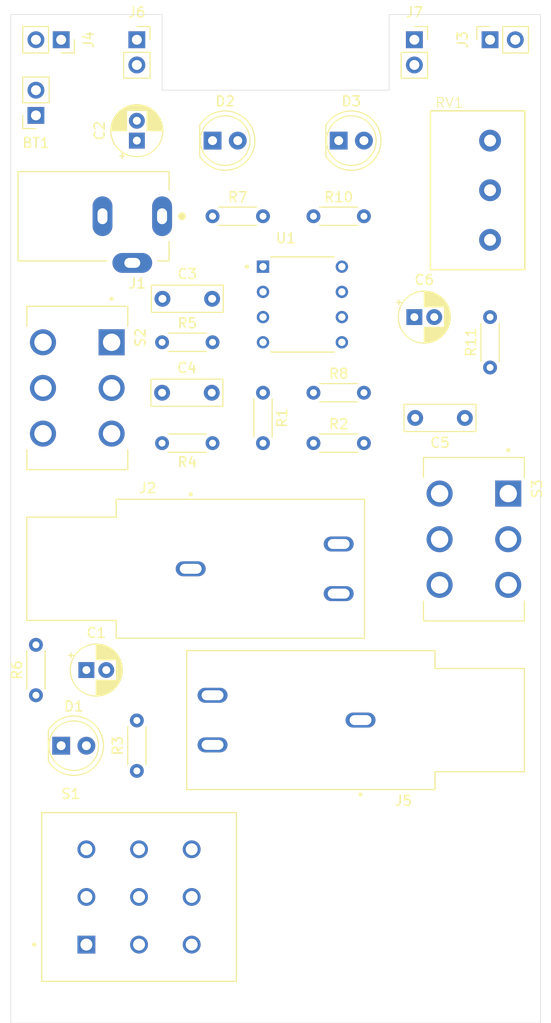
<source format=kicad_pcb>
(kicad_pcb (version 20240108) (generator "pcbnew") (generator_version "8.0")
  (layers (0 "F.Cu" signal) (31 "B.Cu" signal) (34 "B.Paste" user) (35 "F.Paste" user) (36 "B.SilkS" user "B.Silkscreen") (37 "F.SilkS" user "F.Silkscreen") (38 "B.Mask" user) (39 "F.Mask" user) (44 "Edge.Cuts" user))
  (net 0 "")
  (net 1 "Net-(BT1-+)")
  (net 2 "Net-(BT1--)")
  (net 3 "GND")
  (net 4 "+9V")
  (net 5 "Net-(J6-Pin_1)")
  (net 6 "Net-(C2-Pad1)")
  (net 7 "Net-(C3-Pad2)")
  (net 8 "Net-(C4-Pad2)")
  (net 9 "Net-(C5-Pad1)")
  (net 10 "Net-(C5-Pad2)")
  (net 11 "Net-(C6-Pad1)")
  (net 12 "BUF2_{OUT}")
  (net 13 "Net-(D1-K)")
  (net 14 "Net-(D1-A)")
  (net 15 "Net-(D2-A)")
  (net 16 "Net-(D3-A)")
  (net 17 "SIG")
  (net 18 "Net-(J3-Pin_2)")
  (net 19 "Net-(J5-Pad2)")
  (net 20 "Net-(J7-Pin_1)")
  (net 21 "4V5")
  (net 22 "Net-(R5-Pad1)")
  (net 23 "BUF1_{IN}")
  (net 24 "Net-(R7-Pad1)")
  (net 25 "Net-(R10-Pad2)")
  (net 26 "Net-(S1-Pad3)")
  (footprint "LED_THT:LED_D5.0mm" (layer "F.Cu") (at 93.98 60.96)
    (property "Reference" "D2" (at 1.27 -3.96 360) (layer "F.SilkS"))
    (property "Value" "INPUT_BUF")
    (pad "1" thru_hole rect (at 0 0) (size 1.8 1.8) (drill 0.9) (layers "*.Cu" "*.Mask") (net 3 "GND"))
    (pad "2" thru_hole circle (at 2.54 0) (size 1.8 1.8) (drill 0.9) (layers "*.Cu" "*.Mask") (net 15 "Net-(D2-A)"))
  )
  (footprint "ProjectSpecific:CUI_SJ-63053A" (layer "F.Cu") (at 108.88 119.34 180)
    (property "Reference" "J5" (at -4.325 -8.135 180) (layer "F.SilkS"))
    (property "Value" "AUDIO_OUT")
    (pad "1" thru_hole oval (at 0 0 180) (size 3.016 1.508) (drill oval 2.2 1) (layers "*.Cu" "*.Mask") (net 3 "GND"))
    (pad "2" thru_hole oval (at 14.9 2.5 180) (size 3.016 1.508) (drill oval 2.2 1) (layers "*.Cu" "*.Mask") (net 19 "Net-(J5-Pad2)"))
    (pad "3" thru_hole oval (at 14.9 -2.5 180) (size 3.016 1.508) (drill oval 2.2 1) (layers "*.Cu" "*.Mask") (net 3 "GND"))
  )
  (footprint "ProjectSpecific:SW_GF-126-0159" (layer "F.Cu") (at 80.365 85.88 -90)
    (property "Reference" "S2" (at -5.08 -6.35 90) (layer "F.SilkS"))
    (property "Value" "GF-126-0159")
    (pad "1" thru_hole rect (at -4.6 -3.455 270) (size 2.625 2.625) (drill 1.75) (layers "*.Cu" "*.Mask") (net 22 "Net-(R5-Pad1)"))
    (pad "2" thru_hole circle (at 0 -3.455 270) (size 2.625 2.625) (drill 1.75) (layers "*.Cu" "*.Mask") (net 23 "BUF1_{IN}"))
    (pad "3" thru_hole circle (at 4.6 -3.455 270) (size 2.625 2.625) (drill 1.75) (layers "*.Cu" "*.Mask") (net 5 "Net-(J6-Pin_1)"))
    (pad "4" thru_hole circle (at -4.6 3.455 270) (size 2.625 2.625) (drill 1.75) (layers "*.Cu" "*.Mask") (net 24 "Net-(R7-Pad1)"))
    (pad "5" thru_hole circle (at 0 3.455 270) (size 2.625 2.625) (drill 1.75) (layers "*.Cu" "*.Mask") (net 4 "+9V"))
    (pad "6" thru_hole circle (at 4.6 3.455 270) (size 2.625 2.625) (drill 1.75) (layers "*.Cu" "*.Mask"))
  )
  (footprint "Resistor_THT:R_Axial_DIN0204_L3.6mm_D1.6mm_P5.08mm_Horizontal" (layer "F.Cu") (at 86.36 124.46 90)
    (property "Reference" "R3" (at 2.54 -1.92 270) (layer "F.SilkS"))
    (property "Value" "4.7k")
    (pad "1" thru_hole circle (at 0 0 90) (size 1.4 1.4) (drill 0.7) (layers "*.Cu" "*.Mask") (net 14 "Net-(D1-A)"))
    (pad "2" thru_hole oval (at 5.08 0 90) (size 1.4 1.4) (drill 0.7) (layers "*.Cu" "*.Mask") (net 4 "+9V"))
  )
  (footprint "Capacitor_THT:CP_Radial_D5.0mm_P2.00mm" (layer "F.Cu") (at 86.36 60.96 90)
    (property "Reference" "C2" (at 1 -3.75 270) (layer "F.SilkS"))
    (property "Value" "10u")
    (pad "1" thru_hole rect (at 0 0 90) (size 1.6 1.6) (drill 0.8) (layers "*.Cu" "*.Mask") (net 6 "Net-(C2-Pad1)"))
    (pad "2" thru_hole circle (at 2 0 90) (size 1.6 1.6) (drill 0.8) (layers "*.Cu" "*.Mask") (net 5 "Net-(J6-Pin_1)"))
  )
  (footprint "ProjectSpecific:DIP794W45P254L959H508Q8" (layer "F.Cu") (at 103.03 77.47)
    (property "Reference" "U1" (at -1.669 -6.68 0) (layer "F.SilkS"))
    (property "Value" "LM4562NA")
    (pad "1" thru_hole rect (at -3.97 -3.81) (size 1.248 1.248) (drill 0.74) (layers "*.Cu" "*.Mask") (net 6 "Net-(C2-Pad1)"))
    (pad "2" thru_hole circle (at -3.97 -1.27) (size 1.248 1.248) (drill 0.74) (layers "*.Cu" "*.Mask") (net 6 "Net-(C2-Pad1)"))
    (pad "3" thru_hole circle (at -3.97 1.27) (size 1.248 1.248) (drill 0.74) (layers "*.Cu" "*.Mask") (net 8 "Net-(C4-Pad2)"))
    (pad "4" thru_hole circle (at -3.97 3.81) (size 1.248 1.248) (drill 0.74) (layers "*.Cu" "*.Mask") (net 3 "GND"))
    (pad "5" thru_hole circle (at 3.97 3.81) (size 1.248 1.248) (drill 0.74) (layers "*.Cu" "*.Mask") (net 10 "Net-(C5-Pad2)"))
    (pad "6" thru_hole circle (at 3.97 1.27) (size 1.248 1.248) (drill 0.74) (layers "*.Cu" "*.Mask") (net 11 "Net-(C6-Pad1)"))
    (pad "7" thru_hole circle (at 3.97 -1.27) (size 1.248 1.248) (drill 0.74) (layers "*.Cu" "*.Mask") (net 11 "Net-(C6-Pad1)"))
    (pad "8" thru_hole circle (at 3.97 -3.81) (size 1.248 1.248) (drill 0.74) (layers "*.Cu" "*.Mask") (net 4 "+9V"))
  )
  (footprint "ProjectSpecific:CUI_PJ-059A" (layer "F.Cu") (at 88.9 68.58 180)
    (property "Reference" "J1" (at 2.487269 -6.77118 180) (layer "F.SilkS") (effects (font (size 1.000913 1.000913))))
    (property "Value" "PJ-059A")
    (pad "" np_thru_hole circle (at 10.5 0 180) (size 2.2 2.2) (drill 2.2) (layers "*.Cu" "*.Mask"))
    (pad "1" thru_hole oval (at 0 0 180) (size 2 4) (drill oval 1 1.6) (layers "*.Cu" "*.Mask") (net 2 "Net-(BT1--)"))
    (pad "2" thru_hole oval (at 6 0 180) (size 2 4) (drill oval 1 1.6) (layers "*.Cu" "*.Mask") (net 4 "+9V"))
    (pad "3" thru_hole oval (at 3 -4.7 180) (size 4 2) (drill oval 1.6 1) (layers "*.Cu" "*.Mask") (net 1 "Net-(BT1-+)"))
  )
  (footprint "LED_THT:LED_D5.0mm" (layer "F.Cu") (at 78.74 121.92)
    (property "Reference" "D1" (at 1.27 -3.96 0) (layer "F.SilkS"))
    (property "Value" "EFFECTS")
    (pad "1" thru_hole rect (at 0 0) (size 1.8 1.8) (drill 0.9) (layers "*.Cu" "*.Mask") (net 13 "Net-(D1-K)"))
    (pad "2" thru_hole circle (at 2.54 0) (size 1.8 1.8) (drill 0.9) (layers "*.Cu" "*.Mask") (net 14 "Net-(D1-A)"))
  )
  (footprint "Resistor_THT:R_Axial_DIN0204_L3.6mm_D1.6mm_P5.08mm_Horizontal" (layer "F.Cu") (at 88.9 81.28)
    (property "Reference" "R5" (at 2.54 -1.92 360) (layer "F.SilkS"))
    (property "Value" "1k")
    (pad "1" thru_hole circle (at 0 0) (size 1.4 1.4) (drill 0.7) (layers "*.Cu" "*.Mask") (net 22 "Net-(R5-Pad1)"))
    (pad "2" thru_hole oval (at 5.08 0) (size 1.4 1.4) (drill 0.7) (layers "*.Cu" "*.Mask") (net 7 "Net-(C3-Pad2)"))
  )
  (footprint "ProjectSpecific:PTN16-A20120K1B1" (layer "F.Cu") (at 121.92 65.96)
    (property "Reference" "RV1" (at -4.1 -8.8 0) (layer "F.SilkS") (effects (font (thickness 0.1))))
    (property "Value" "20k")
    (pad "1" thru_hole circle (at 0 -5) (size 2.2 2.2) (drill 1.2) (layers "*.Cu" "*.Mask") (net 3 "GND"))
    (pad "2" thru_hole circle (at 0 0) (size 2.2 2.2) (drill 1.2) (layers "*.Cu" "*.Mask") (net 18 "Net-(J3-Pin_2)"))
    (pad "3" thru_hole circle (at 0 5) (size 2.2 2.2) (drill 1.2) (layers "*.Cu" "*.Mask") (net 4 "+9V"))
  )
  (footprint "LED_THT:LED_D5.0mm" (layer "F.Cu") (at 106.68 60.96)
    (property "Reference" "D3" (at 1.27 -3.96 360) (layer "F.SilkS"))
    (property "Value" "OUTPUT_BUF")
    (pad "1" thru_hole rect (at 0 0) (size 1.8 1.8) (drill 0.9) (layers "*.Cu" "*.Mask") (net 3 "GND"))
    (pad "2" thru_hole circle (at 2.54 0) (size 1.8 1.8) (drill 0.9) (layers "*.Cu" "*.Mask") (net 16 "Net-(D3-A)"))
  )
  (footprint "Capacitor_THT:C_Rect_L7.0mm_W2.5mm_P5.00mm" (layer "F.Cu") (at 88.938022 76.89639)
    (property "Reference" "C3" (at 2.5 -2.5 360) (layer "F.SilkS"))
    (property "Value" "1n")
    (pad "1" thru_hole circle (at 0 0) (size 1.6 1.6) (drill 0.8) (layers "*.Cu" "*.Mask") (net 3 "GND"))
    (pad "2" thru_hole circle (at 5 0) (size 1.6 1.6) (drill 0.8) (layers "*.Cu" "*.Mask") (net 7 "Net-(C3-Pad2)"))
  )
  (footprint "Resistor_THT:R_Axial_DIN0204_L3.6mm_D1.6mm_P5.08mm_Horizontal" (layer "F.Cu") (at 93.98 68.58)
    (property "Reference" "R7" (at 2.54 -1.92 360) (layer "F.SilkS"))
    (property "Value" "4.7k")
    (pad "1" thru_hole circle (at 0 0) (size 1.4 1.4) (drill 0.7) (layers "*.Cu" "*.Mask") (net 24 "Net-(R7-Pad1)"))
    (pad "2" thru_hole oval (at 5.08 0) (size 1.4 1.4) (drill 0.7) (layers "*.Cu" "*.Mask") (net 15 "Net-(D2-A)"))
  )
  (footprint "ProjectSpecific:SW_GF-126-0159" (layer "F.Cu") (at 120.295 101.12 -90)
    (property "Reference" "S3" (at -5.08 -6.35 90) (layer "F.SilkS"))
    (property "Value" "GF-126-0159")
    (pad "1" thru_hole rect (at -4.6 -3.455 270) (size 2.625 2.625) (drill 1.75) (layers "*.Cu" "*.Mask") (net 9 "Net-(C5-Pad1)"))
    (pad "2" thru_hole circle (at 0 -3.455 270) (size 2.625 2.625) (drill 1.75) (layers "*.Cu" "*.Mask") (net 20 "Net-(J7-Pin_1)"))
    (pad "3" thru_hole circle (at 4.6 -3.455 270) (size 2.625 2.625) (drill 1.75) (layers "*.Cu" "*.Mask") (net 12 "BUF2_{OUT}"))
    (pad "4" thru_hole circle (at -4.6 3.455 270) (size 2.625 2.625) (drill 1.75) (layers "*.Cu" "*.Mask") (net 25 "Net-(R10-Pad2)"))
    (pad "5" thru_hole circle (at 0 3.455 270) (size 2.625 2.625) (drill 1.75) (layers "*.Cu" "*.Mask") (net 4 "+9V"))
    (pad "6" thru_hole circle (at 4.6 3.455 270) (size 2.625 2.625) (drill 1.75) (layers "*.Cu" "*.Mask"))
  )
  (footprint "Resistor_THT:R_Axial_DIN0204_L3.6mm_D1.6mm_P5.08mm_Horizontal" (layer "F.Cu") (at 121.92 83.82 90)
    (property "Reference" "R11" (at 2.54 -1.92 270) (layer "F.SilkS"))
    (property "Value" "1M")
    (pad "1" thru_hole circle (at 0 0 90) (size 1.4 1.4) (drill 0.7) (layers "*.Cu" "*.Mask") (net 3 "GND"))
    (pad "2" thru_hole oval (at 5.08 0 90) (size 1.4 1.4) (drill 0.7) (layers "*.Cu" "*.Mask") (net 12 "BUF2_{OUT}"))
  )
  (footprint "Connector_PinSocket_2.54mm:PinSocket_1x02_P2.54mm_Vertical" (layer "F.Cu") (at 78.74 50.8 -90)
    (property "Reference" "J4" (at 0 -2.77 90) (layer "F.SilkS"))
    (property "Value" "9V_OUT")
    (pad "1" thru_hole rect (at 0 0 270) (size 1.7 1.7) (drill 1) (layers "*.Cu" "*.Mask") (net 4 "+9V"))
    (pad "2" thru_hole oval (at 0 2.54 270) (size 1.7 1.7) (drill 1) (layers "*.Cu" "*.Mask") (net 3 "GND"))
  )
  (footprint "Capacitor_THT:C_Rect_L7.0mm_W2.5mm_P5.00mm" (layer "F.Cu") (at 88.9 86.36)
    (property "Reference" "C4" (at 2.5 -2.5 0) (layer "F.SilkS"))
    (property "Value" "100n")
    (pad "1" thru_hole circle (at 0 0) (size 1.6 1.6) (drill 0.8) (layers "*.Cu" "*.Mask") (net 7 "Net-(C3-Pad2)"))
    (pad "2" thru_hole circle (at 5 0) (size 1.6 1.6) (drill 0.8) (layers "*.Cu" "*.Mask") (net 8 "Net-(C4-Pad2)"))
  )
  (footprint "ProjectSpecific:CUI_SJ-63053A" (layer "F.Cu") (at 91.78 104.1)
    (property "Reference" "J2" (at -4.325 -8.135 0) (layer "F.SilkS"))
    (property "Value" "AUDIO_IN")
    (pad "1" thru_hole oval (at 0 0) (size 3.016 1.508) (drill oval 2.2 1) (layers "*.Cu" "*.Mask") (net 3 "GND"))
    (pad "2" thru_hole oval (at 14.9 2.5) (size 3.016 1.508) (drill oval 2.2 1) (layers "*.Cu" "*.Mask") (net 17 "SIG"))
    (pad "3" thru_hole oval (at 14.9 -2.5) (size 3.016 1.508) (drill oval 2.2 1) (layers "*.Cu" "*.Mask") (net 2 "Net-(BT1--)"))
  )
  (footprint "Capacitor_THT:C_Rect_L7.0mm_W2.5mm_P5.00mm" (layer "F.Cu") (at 119.38 88.9 180)
    (property "Reference" "C5" (at 2.5 -2.5 180) (layer "F.SilkS"))
    (property "Value" "100n")
    (pad "1" thru_hole circle (at 0 0 180) (size 1.6 1.6) (drill 0.8) (layers "*.Cu" "*.Mask") (net 9 "Net-(C5-Pad1)"))
    (pad "2" thru_hole circle (at 5 0 180) (size 1.6 1.6) (drill 0.8) (layers "*.Cu" "*.Mask") (net 10 "Net-(C5-Pad2)"))
  )
  (footprint "Resistor_THT:R_Axial_DIN0204_L3.6mm_D1.6mm_P5.08mm_Horizontal" (layer "F.Cu") (at 93.98 91.44 180)
    (property "Reference" "R4" (at 2.54 -1.92 180) (layer "F.SilkS"))
    (property "Value" "1M")
    (pad "1" thru_hole circle (at 0 0 180) (size 1.4 1.4) (drill 0.7) (layers "*.Cu" "*.Mask") (net 21 "4V5"))
    (pad "2" thru_hole oval (at 5.08 0 180) (size 1.4 1.4) (drill 0.7) (layers "*.Cu" "*.Mask") (net 8 "Net-(C4-Pad2)"))
  )
  (footprint "Resistor_THT:R_Axial_DIN0204_L3.6mm_D1.6mm_P5.08mm_Horizontal" (layer "F.Cu") (at 104.14 86.36)
    (property "Reference" "R8" (at 2.54 -1.92 360) (layer "F.SilkS"))
    (property "Value" "1M")
    (pad "1" thru_hole circle (at 0 0) (size 1.4 1.4) (drill 0.7) (layers "*.Cu" "*.Mask") (net 21 "4V5"))
    (pad "2" thru_hole oval (at 5.08 0) (size 1.4 1.4) (drill 0.7) (layers "*.Cu" "*.Mask") (net 10 "Net-(C5-Pad2)"))
  )
  (footprint "Connector_PinSocket_2.54mm:PinSocket_1x02_P2.54mm_Vertical" (layer "F.Cu") (at 76.2 58.42 180)
    (property "Reference" "BT1" (at 0 -2.77 180) (layer "F.SilkS"))
    (property "Value" "9V")
    (pad "1" thru_hole rect (at 0 0 180) (size 1.7 1.7) (drill 1) (layers "*.Cu" "*.Mask") (net 1 "Net-(BT1-+)"))
    (pad "2" thru_hole oval (at 0 2.54 180) (size 1.7 1.7) (drill 1) (layers "*.Cu" "*.Mask") (net 2 "Net-(BT1--)"))
  )
  (footprint "Resistor_THT:R_Axial_DIN0204_L3.6mm_D1.6mm_P5.08mm_Horizontal" (layer "F.Cu") (at 99.06 86.36 -90)
    (property "Reference" "R1" (at 2.54 -1.92 90) (layer "F.SilkS"))
    (property "Value" "10k")
    (pad "1" thru_hole circle (at 0 0 270) (size 1.4 1.4) (drill 0.7) (layers "*.Cu" "*.Mask") (net 4 "+9V"))
    (pad "2" thru_hole oval (at 5.08 0 270) (size 1.4 1.4) (drill 0.7) (layers "*.Cu" "*.Mask") (net 21 "4V5"))
  )
  (footprint "Resistor_THT:R_Axial_DIN0204_L3.6mm_D1.6mm_P5.08mm_Horizontal" (layer "F.Cu") (at 104.14 68.58)
    (property "Reference" "R10" (at 2.54 -1.92 360) (layer "F.SilkS"))
    (property "Value" "4.7k")
    (pad "1" thru_hole circle (at 0 0) (size 1.4 1.4) (drill 0.7) (layers "*.Cu" "*.Mask") (net 16 "Net-(D3-A)"))
    (pad "2" thru_hole oval (at 5.08 0) (size 1.4 1.4) (drill 0.7) (layers "*.Cu" "*.Mask") (net 25 "Net-(R10-Pad2)"))
  )
  (footprint "Resistor_THT:R_Axial_DIN0204_L3.6mm_D1.6mm_P5.08mm_Horizontal" (layer "F.Cu") (at 104.14 91.44)
    (property "Reference" "R2" (at 2.54 -1.92 360) (layer "F.SilkS"))
    (property "Value" "10k")
    (pad "1" thru_hole circle (at 0 0) (size 1.4 1.4) (drill 0.7) (layers "*.Cu" "*.Mask") (net 21 "4V5"))
    (pad "2" thru_hole oval (at 5.08 0) (size 1.4 1.4) (drill 0.7) (layers "*.Cu" "*.Mask") (net 3 "GND"))
  )
  (footprint "ProjectSpecific:SW_FS57003PLT2B2M2QE" (layer "F.Cu") (at 86.58 137.16)
    (property "Reference" "S1" (at -6.875 -10.385 0) (layer "F.SilkS"))
    (property "Value" "FS57003PLT2B2M2QE")
    (pad "1" thru_hole rect (at -5.3 4.8) (size 1.8 1.8) (drill 1.2) (layers "*.Cu" "*.Mask") (net 13 "Net-(D1-K)"))
    (pad "2" thru_hole circle (at -5.3 0) (size 1.8 1.8) (drill 1.2) (layers "*.Cu" "*.Mask") (net 3 "GND"))
    (pad "3" thru_hole circle (at -5.3 -4.8) (size 1.8 1.8) (drill 1.2) (layers "*.Cu" "*.Mask") (net 26 "Net-(S1-Pad3)"))
    (pad "4" thru_hole circle (at 0 4.8) (size 1.8 1.8) (drill 1.2) (layers "*.Cu" "*.Mask") (net 17 "SIG"))
    (pad "5" thru_hole circle (at 0 0) (size 1.8 1.8) (drill 1.2) (layers "*.Cu" "*.Mask") (net 23 "BUF1_{IN}"))
    (pad "6" thru_hole circle (at 0 -4.8) (size 1.8 1.8) (drill 1.2) (layers "*.Cu" "*.Mask") (net 26 "Net-(S1-Pad3)"))
    (pad "7" thru_hole circle (at 5.3 4.8) (size 1.8 1.8) (drill 1.2) (layers "*.Cu" "*.Mask") (net 12 "BUF2_{OUT}"))
    (pad "8" thru_hole circle (at 5.3 0) (size 1.8 1.8) (drill 1.2) (layers "*.Cu" "*.Mask") (net 19 "Net-(J5-Pad2)"))
    (pad "9" thru_hole circle (at 5.3 -4.8) (size 1.8 1.8) (drill 1.2) (layers "*.Cu" "*.Mask") (net 17 "SIG"))
  )
  (footprint "Capacitor_THT:CP_Radial_D5.0mm_P2.00mm" (layer "F.Cu") (at 114.3 78.74)
    (property "Reference" "C6" (at 1 -3.75 360) (layer "F.SilkS"))
    (property "Value" "10u")
    (pad "1" thru_hole rect (at 0 0) (size 1.6 1.6) (drill 0.8) (layers "*.Cu" "*.Mask") (net 11 "Net-(C6-Pad1)"))
    (pad "2" thru_hole circle (at 2 0) (size 1.6 1.6) (drill 0.8) (layers "*.Cu" "*.Mask") (net 12 "BUF2_{OUT}"))
  )
  (footprint "Connector_PinSocket_2.54mm:PinSocket_1x02_P2.54mm_Vertical" (layer "F.Cu") (at 86.36 50.8)
    (property "Reference" "J6" (at 0 -2.77 0) (layer "F.SilkS"))
    (property "Value" "EFF_OUT")
    (pad "1" thru_hole rect (at 0 0) (size 1.7 1.7) (drill 1) (layers "*.Cu" "*.Mask") (net 5 "Net-(J6-Pin_1)"))
    (pad "2" thru_hole oval (at 0 2.54) (size 1.7 1.7) (drill 1) (layers "*.Cu" "*.Mask") (net 5 "Net-(J6-Pin_1)"))
  )
  (footprint "Resistor_THT:R_Axial_DIN0204_L3.6mm_D1.6mm_P5.08mm_Horizontal" (layer "F.Cu") (at 76.2 116.84 90)
    (property "Reference" "R6" (at 2.54 -1.92 270) (layer "F.SilkS"))
    (property "Value" "1M")
    (pad "1" thru_hole circle (at 0 0 90) (size 1.4 1.4) (drill 0.7) (layers "*.Cu" "*.Mask") (net 23 "BUF1_{IN}"))
    (pad "2" thru_hole oval (at 5.08 0 90) (size 1.4 1.4) (drill 0.7) (layers "*.Cu" "*.Mask") (net 3 "GND"))
  )
  (footprint "Connector_PinSocket_2.54mm:PinSocket_1x02_P2.54mm_Vertical" (layer "F.Cu") (at 121.92 50.8 90)
    (property "Reference" "J3" (at 0 -2.77 270) (layer "F.SilkS"))
    (property "Value" "VBIAS_OUT")
    (pad "1" thru_hole rect (at 0 0 90) (size 1.7 1.7) (drill 1) (layers "*.Cu" "*.Mask") (net 3 "GND"))
    (pad "2" thru_hole oval (at 0 2.54 90) (size 1.7 1.7) (drill 1) (layers "*.Cu" "*.Mask") (net 18 "Net-(J3-Pin_2)"))
  )
  (footprint "Connector_PinSocket_2.54mm:PinSocket_1x02_P2.54mm_Vertical" (layer "F.Cu") (at 114.3 50.8)
    (property "Reference" "J7" (at 0 -2.77 0) (layer "F.SilkS"))
    (property "Value" "EFF_IN")
    (pad "1" thru_hole rect (at 0 0) (size 1.7 1.7) (drill 1) (layers "*.Cu" "*.Mask") (net 20 "Net-(J7-Pin_1)"))
    (pad "2" thru_hole oval (at 0 2.54) (size 1.7 1.7) (drill 1) (layers "*.Cu" "*.Mask") (net 20 "Net-(J7-Pin_1)"))
  )
  (footprint "Capacitor_THT:CP_Radial_D5.0mm_P2.00mm" (layer "F.Cu") (at 81.28 114.3)
    (property "Reference" "C1" (at 1 -3.75 0) (layer "F.SilkS"))
    (property "Value" "100u")
    (pad "1" thru_hole rect (at 0 0) (size 1.6 1.6) (drill 0.8) (layers "*.Cu" "*.Mask") (net 4 "+9V"))
    (pad "2" thru_hole circle (at 2 0) (size 1.6 1.6) (drill 0.8) (layers "*.Cu" "*.Mask") (net 3 "GND"))
  )
  (gr_line (start 127 149.86) (end 73.66 149.86) (stroke (width 0.05)) (layer "Edge.Cuts"))
  (gr_line (start 88.9 48.26) (end 88.9 55.88) (stroke (width 0.05)) (layer "Edge.Cuts"))
  (gr_line (start 111.76 55.88) (end 111.76 48.26) (stroke (width 0.05)) (layer "Edge.Cuts"))
  (gr_line (start 73.66 149.86) (end 73.66 48.26) (stroke (width 0.05)) (layer "Edge.Cuts"))
  (gr_line (start 127 48.26) (end 127 149.86) (stroke (width 0.05)) (layer "Edge.Cuts"))
  (gr_line (start 73.66 48.26) (end 88.9 48.26) (stroke (width 0.05)) (layer "Edge.Cuts"))
  (gr_line (start 88.9 55.88) (end 111.76 55.88) (stroke (width 0.05)) (layer "Edge.Cuts"))
  (gr_line (start 111.76 48.26) (end 127 48.26) (stroke (width 0.05)) (layer "Edge.Cuts"))
)
</source>
